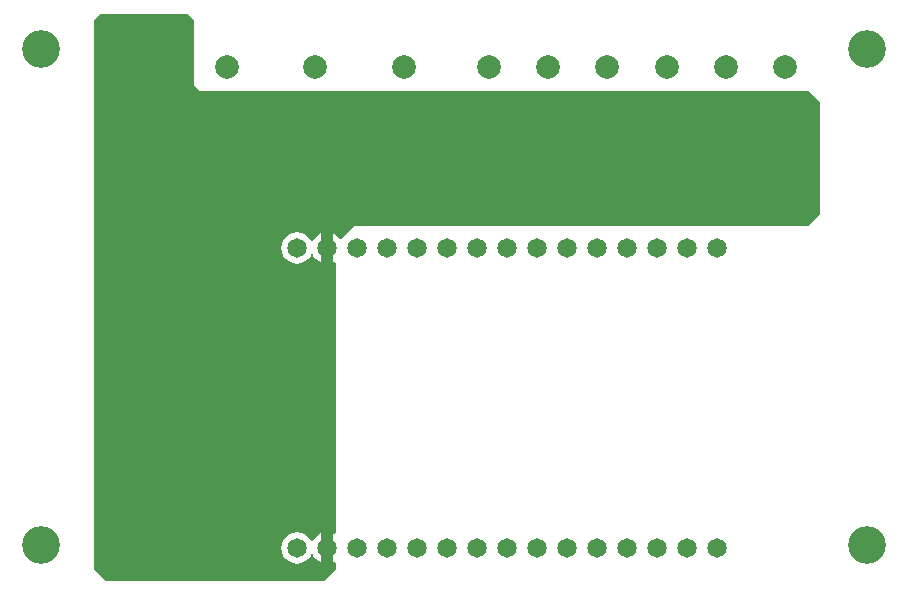
<source format=gtl>
G04*
G04 #@! TF.GenerationSoftware,Altium Limited,Altium Designer,20.2.7 (254)*
G04*
G04 Layer_Physical_Order=1*
G04 Layer_Color=255*
%FSLAX44Y44*%
%MOMM*%
G71*
G04*
G04 #@! TF.SameCoordinates,755CDBE2-D8D4-478F-80D2-7ADFAB3A315B*
G04*
G04*
G04 #@! TF.FilePolarity,Positive*
G04*
G01*
G75*
%ADD14C,1.6500*%
%ADD15C,3.2000*%
%ADD16C,2.0000*%
%ADD17C,1.2000*%
G36*
X170000Y485000D02*
Y430000D01*
X175000Y425000D01*
X690000Y425000D01*
X700000Y415000D01*
Y320000D01*
X690000Y310000D01*
X305000Y310000D01*
X294641Y299641D01*
X293374Y299724D01*
X292050Y301450D01*
X289282Y303574D01*
X287600Y304271D01*
Y292000D01*
Y279729D01*
X288730Y280198D01*
X290000Y279485D01*
X290000Y50515D01*
X288730Y49803D01*
X287600Y50271D01*
Y38000D01*
Y25729D01*
X288730Y26197D01*
X290000Y25485D01*
Y20000D01*
X280000Y10000D01*
X95000Y10000D01*
X85000Y20000D01*
Y485000D01*
X90000Y490000D01*
X165000Y490000D01*
X170000Y485000D01*
D02*
G37*
%LPC*%
G36*
X257200Y305364D02*
X253741Y304909D01*
X250518Y303574D01*
X247750Y301450D01*
X245626Y298682D01*
X244291Y295459D01*
X243836Y292000D01*
X244291Y288541D01*
X245626Y285318D01*
X247750Y282550D01*
X250518Y280426D01*
X253741Y279091D01*
X257200Y278636D01*
X260659Y279091D01*
X263882Y280426D01*
X266650Y282550D01*
X268774Y285318D01*
X269265Y286504D01*
X270535D01*
X271026Y285318D01*
X273150Y282550D01*
X275918Y280426D01*
X277600Y279729D01*
Y292000D01*
Y304271D01*
X275918Y303574D01*
X273150Y301450D01*
X271026Y298682D01*
X270535Y297496D01*
X269265D01*
X268774Y298682D01*
X266650Y301450D01*
X263882Y303574D01*
X260659Y304909D01*
X257200Y305364D01*
D02*
G37*
G36*
Y51364D02*
X253741Y50909D01*
X250518Y49574D01*
X247750Y47450D01*
X245626Y44682D01*
X244291Y41459D01*
X243836Y38000D01*
X244291Y34541D01*
X245626Y31318D01*
X247750Y28550D01*
X250518Y26426D01*
X253741Y25091D01*
X257200Y24636D01*
X260659Y25091D01*
X263882Y26426D01*
X266650Y28550D01*
X268774Y31318D01*
X269265Y32504D01*
X270535D01*
X271026Y31318D01*
X273150Y28550D01*
X275918Y26426D01*
X277600Y25729D01*
Y38000D01*
Y50271D01*
X275918Y49574D01*
X273150Y47450D01*
X271026Y44682D01*
X270535Y43496D01*
X269265D01*
X268774Y44682D01*
X266650Y47450D01*
X263882Y49574D01*
X260659Y50909D01*
X257200Y51364D01*
D02*
G37*
%LPD*%
D14*
X282600Y38000D02*
D03*
X308000D02*
D03*
X333400D02*
D03*
X358800D02*
D03*
X257200D02*
D03*
X409600D02*
D03*
X384200D02*
D03*
X435000D02*
D03*
X460400D02*
D03*
X485800D02*
D03*
X511200D02*
D03*
X562000D02*
D03*
X536600D02*
D03*
X612800D02*
D03*
X587400D02*
D03*
X282600Y292000D02*
D03*
X308000D02*
D03*
X333400D02*
D03*
X358800D02*
D03*
X257200D02*
D03*
X409600D02*
D03*
X384200D02*
D03*
X435000D02*
D03*
X460400D02*
D03*
X485800D02*
D03*
X511200D02*
D03*
X562000D02*
D03*
X536600D02*
D03*
X612800D02*
D03*
X587400D02*
D03*
D15*
X740000Y40000D02*
D03*
Y460000D02*
D03*
X40000D02*
D03*
Y40000D02*
D03*
D16*
X420000Y445000D02*
D03*
X520000D02*
D03*
X470000D02*
D03*
X620000D02*
D03*
X670000D02*
D03*
X570000D02*
D03*
X272500D02*
D03*
X347500D02*
D03*
X122500D02*
D03*
X197500D02*
D03*
D17*
X92500Y468750D02*
D03*
Y455000D02*
D03*
Y441250D02*
D03*
X162500D02*
D03*
X148500Y482500D02*
D03*
X120500D02*
D03*
X134500D02*
D03*
X106500D02*
D03*
Y427500D02*
D03*
X134500D02*
D03*
X120500D02*
D03*
X148500D02*
D03*
X162500Y455000D02*
D03*
Y468750D02*
D03*
X162500Y427500D02*
D03*
X162500Y482500D02*
D03*
X92500Y482500D02*
D03*
Y427500D02*
D03*
X319000Y405000D02*
D03*
X585500Y418000D02*
D03*
X458500D02*
D03*
X678350Y343050D02*
D03*
X665650D02*
D03*
X691050D02*
D03*
Y330500D02*
D03*
X665650D02*
D03*
X678350D02*
D03*
X551350Y343050D02*
D03*
X538650D02*
D03*
X564050D02*
D03*
Y330500D02*
D03*
X538650D02*
D03*
X551350D02*
D03*
X424850D02*
D03*
X412150D02*
D03*
X437550D02*
D03*
Y343050D02*
D03*
X412150D02*
D03*
X424850D02*
D03*
M02*

</source>
